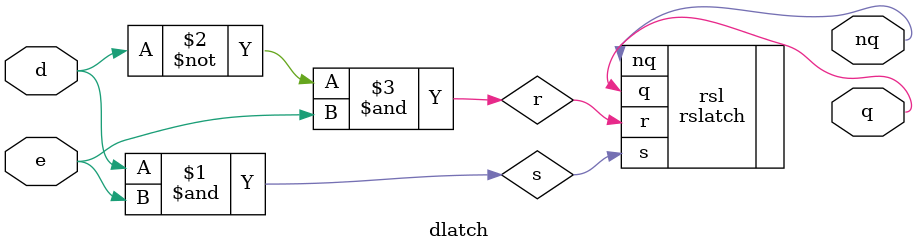
<source format=v>
`timescale 1ns / 1ps


module dlatch(d,e,q,nq);
    input d,e;
    output q,nq;
    wire s,r;
    
    assign s = d&e;
    assign r = ~d&e;
    
    rslatch rsl (.s(s), .r(r), .q(q), .nq(nq));
endmodule

</source>
